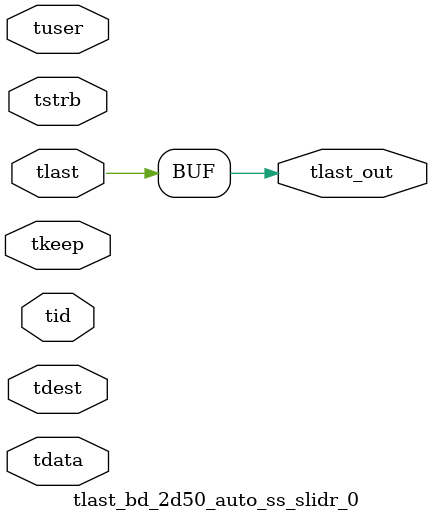
<source format=v>


`timescale 1ps/1ps

module tlast_bd_2d50_auto_ss_slidr_0 #
(
parameter C_S_AXIS_TID_WIDTH   = 1,
parameter C_S_AXIS_TUSER_WIDTH = 0,
parameter C_S_AXIS_TDATA_WIDTH = 0,
parameter C_S_AXIS_TDEST_WIDTH = 0
)
(
input  [(C_S_AXIS_TID_WIDTH   == 0 ? 1 : C_S_AXIS_TID_WIDTH)-1:0       ] tid,
input  [(C_S_AXIS_TDATA_WIDTH == 0 ? 1 : C_S_AXIS_TDATA_WIDTH)-1:0     ] tdata,
input  [(C_S_AXIS_TUSER_WIDTH == 0 ? 1 : C_S_AXIS_TUSER_WIDTH)-1:0     ] tuser,
input  [(C_S_AXIS_TDEST_WIDTH == 0 ? 1 : C_S_AXIS_TDEST_WIDTH)-1:0     ] tdest,
input  [(C_S_AXIS_TDATA_WIDTH/8)-1:0 ] tkeep,
input  [(C_S_AXIS_TDATA_WIDTH/8)-1:0 ] tstrb,
input  [0:0]                                                             tlast,
output                                                                   tlast_out
);

assign tlast_out = {tlast};

endmodule


</source>
